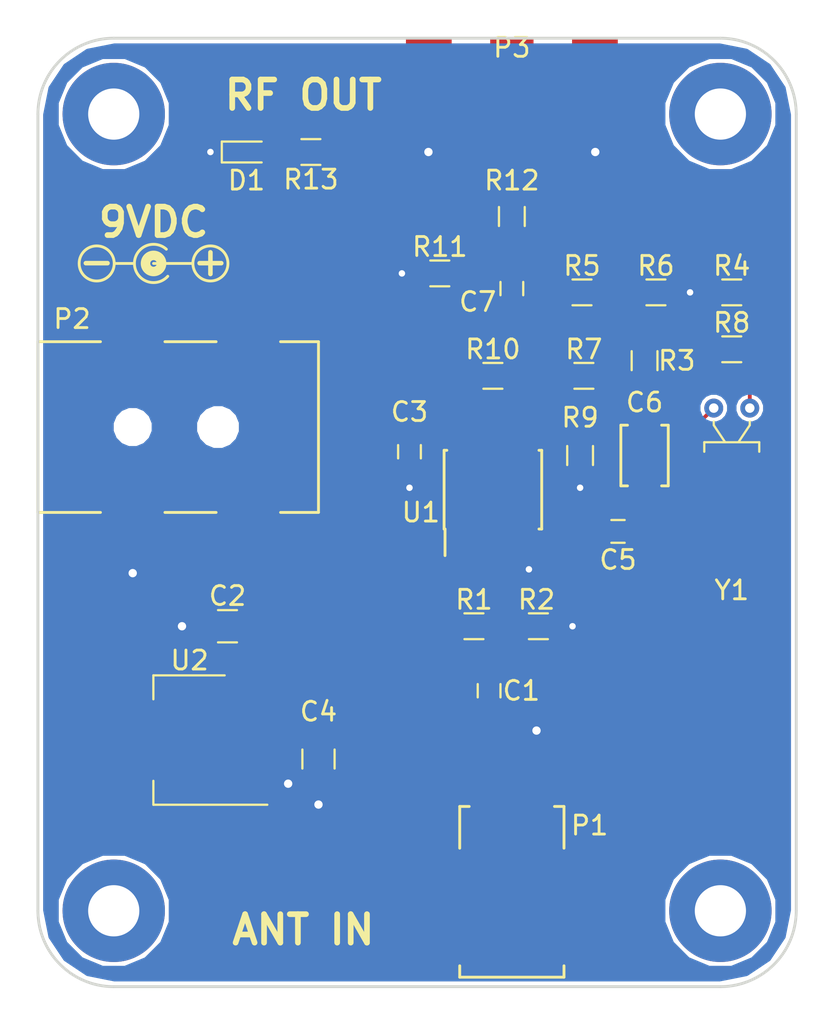
<source format=kicad_pcb>
(kicad_pcb (version 4) (host pcbnew 4.0.6)

  (general
    (links 47)
    (no_connects 0)
    (area 131.942857 77.986908 188.057143 131.986909)
    (thickness 1.6)
    (drawings 13)
    (tracks 128)
    (zones 0)
    (modules 32)
    (nets 18)
  )

  (page A4)
  (layers
    (0 F.Cu signal)
    (31 B.Cu signal)
    (34 B.Paste user hide)
    (35 F.Paste user hide)
    (36 B.SilkS user)
    (37 F.SilkS user)
    (38 B.Mask user)
    (39 F.Mask user)
    (44 Edge.Cuts user)
    (46 B.CrtYd user)
    (47 F.CrtYd user)
  )

  (setup
    (last_trace_width 0.2)
    (user_trace_width 0.4)
    (trace_clearance 0.2)
    (zone_clearance 0.2)
    (zone_45_only no)
    (trace_min 0.16)
    (segment_width 0.2)
    (edge_width 0.15)
    (via_size 0.5)
    (via_drill 0.34)
    (via_min_size 0.5)
    (via_min_drill 0.34)
    (user_via 0.6 0.44)
    (uvia_size 0.5)
    (uvia_drill 0.34)
    (uvias_allowed no)
    (uvia_min_size 0.5)
    (uvia_min_drill 0.34)
    (pcb_text_width 0.3)
    (pcb_text_size 1.5 1.5)
    (mod_edge_width 0.15)
    (mod_text_size 1 1)
    (mod_text_width 0.15)
    (pad_size 2.5 6)
    (pad_drill 0)
    (pad_to_mask_clearance 0)
    (aux_axis_origin 0 0)
    (visible_elements 7FFFFF7F)
    (pcbplotparams
      (layerselection 0x01008_00000000)
      (usegerberextensions false)
      (excludeedgelayer true)
      (linewidth 0.100000)
      (plotframeref false)
      (viasonmask false)
      (mode 1)
      (useauxorigin false)
      (hpglpennumber 1)
      (hpglpenspeed 20)
      (hpglpendiameter 15)
      (hpglpenoverlay 2)
      (psnegative false)
      (psa4output false)
      (plotreference true)
      (plotvalue true)
      (plotinvisibletext false)
      (padsonsilk false)
      (subtractmaskfromsilk false)
      (outputformat 1)
      (mirror false)
      (drillshape 0)
      (scaleselection 1)
      (outputdirectory gerbers/))
  )

  (net 0 "")
  (net 1 "Net-(C1-Pad1)")
  (net 2 "Net-(C1-Pad2)")
  (net 3 "Net-(C2-Pad1)")
  (net 4 GND)
  (net 5 +5V)
  (net 6 "Net-(C5-Pad1)")
  (net 7 "Net-(C5-Pad2)")
  (net 8 "Net-(C6-Pad1)")
  (net 9 "Net-(C7-Pad1)")
  (net 10 "Net-(C7-Pad2)")
  (net 11 "Net-(P2-Pad3)")
  (net 12 "Net-(P3-Pad1)")
  (net 13 "Net-(R3-Pad1)")
  (net 14 "Net-(R4-Pad2)")
  (net 15 "Net-(R7-Pad1)")
  (net 16 "Net-(R10-Pad2)")
  (net 17 "Net-(D1-Pad2)")

  (net_class Default "This is the default net class."
    (clearance 0.2)
    (trace_width 0.2)
    (via_dia 0.5)
    (via_drill 0.34)
    (uvia_dia 0.5)
    (uvia_drill 0.34)
    (add_net +5V)
    (add_net GND)
    (add_net "Net-(C1-Pad1)")
    (add_net "Net-(C1-Pad2)")
    (add_net "Net-(C2-Pad1)")
    (add_net "Net-(C5-Pad1)")
    (add_net "Net-(C5-Pad2)")
    (add_net "Net-(C6-Pad1)")
    (add_net "Net-(C7-Pad1)")
    (add_net "Net-(C7-Pad2)")
    (add_net "Net-(D1-Pad2)")
    (add_net "Net-(P2-Pad3)")
    (add_net "Net-(P3-Pad1)")
    (add_net "Net-(R10-Pad2)")
    (add_net "Net-(R3-Pad1)")
    (add_net "Net-(R4-Pad2)")
    (add_net "Net-(R7-Pad1)")
  )

  (module Mounting_Holes:MountingHole_2.7mm_M2.5_Pad (layer F.Cu) (tedit 58D87175) (tstamp 58D871D6)
    (at 176 126)
    (descr "Mounting Hole 2.7mm, M2.5")
    (tags "mounting hole 2.7mm m2.5")
    (fp_text reference REF** (at 0 -3.7) (layer F.SilkS) hide
      (effects (font (size 1 1) (thickness 0.15)))
    )
    (fp_text value MountingHole_2.7mm_M2.5_Pad (at 0 3.7) (layer F.Fab)
      (effects (font (size 1 1) (thickness 0.15)))
    )
    (fp_circle (center 0 0) (end 2.7 0) (layer Cmts.User) (width 0.15))
    (fp_circle (center 0 0) (end 2.95 0) (layer F.CrtYd) (width 0.05))
    (pad 1 thru_hole circle (at 0 0) (size 5.4 5.4) (drill 2.7) (layers *.Cu *.Mask))
  )

  (module Mounting_Holes:MountingHole_2.7mm_M2.5_Pad (layer F.Cu) (tedit 58D87175) (tstamp 58D871C4)
    (at 144 126)
    (descr "Mounting Hole 2.7mm, M2.5")
    (tags "mounting hole 2.7mm m2.5")
    (fp_text reference REF** (at 0 -3.7) (layer F.SilkS) hide
      (effects (font (size 1 1) (thickness 0.15)))
    )
    (fp_text value MountingHole_2.7mm_M2.5_Pad (at 0 3.7) (layer F.Fab)
      (effects (font (size 1 1) (thickness 0.15)))
    )
    (fp_circle (center 0 0) (end 2.7 0) (layer Cmts.User) (width 0.15))
    (fp_circle (center 0 0) (end 2.95 0) (layer F.CrtYd) (width 0.05))
    (pad 1 thru_hole circle (at 0 0) (size 5.4 5.4) (drill 2.7) (layers *.Cu *.Mask))
  )

  (module Mounting_Holes:MountingHole_2.7mm_M2.5_Pad (layer F.Cu) (tedit 58D87175) (tstamp 58D871BA)
    (at 176 84)
    (descr "Mounting Hole 2.7mm, M2.5")
    (tags "mounting hole 2.7mm m2.5")
    (fp_text reference REF** (at 0 -3.7) (layer F.SilkS) hide
      (effects (font (size 1 1) (thickness 0.15)))
    )
    (fp_text value MountingHole_2.7mm_M2.5_Pad (at 0 3.7) (layer F.Fab)
      (effects (font (size 1 1) (thickness 0.15)))
    )
    (fp_circle (center 0 0) (end 2.7 0) (layer Cmts.User) (width 0.15))
    (fp_circle (center 0 0) (end 2.95 0) (layer F.CrtYd) (width 0.05))
    (pad 1 thru_hole circle (at 0 0) (size 5.4 5.4) (drill 2.7) (layers *.Cu *.Mask))
  )

  (module Capacitors_SMD:C_0603 (layer F.Cu) (tedit 58AA844E) (tstamp 58D85176)
    (at 163.8 114.4 270)
    (descr "Capacitor SMD 0603, reflow soldering, AVX (see smccp.pdf)")
    (tags "capacitor 0603")
    (path /58D765F9)
    (attr smd)
    (fp_text reference C1 (at 0 -1.7 360) (layer F.SilkS)
      (effects (font (size 1 1) (thickness 0.15)))
    )
    (fp_text value 0.22u (at 0 1.5 270) (layer F.Fab)
      (effects (font (size 1 1) (thickness 0.15)))
    )
    (fp_text user %R (at 0 -1.5 270) (layer F.Fab)
      (effects (font (size 1 1) (thickness 0.15)))
    )
    (fp_line (start -0.8 0.4) (end -0.8 -0.4) (layer F.Fab) (width 0.1))
    (fp_line (start 0.8 0.4) (end -0.8 0.4) (layer F.Fab) (width 0.1))
    (fp_line (start 0.8 -0.4) (end 0.8 0.4) (layer F.Fab) (width 0.1))
    (fp_line (start -0.8 -0.4) (end 0.8 -0.4) (layer F.Fab) (width 0.1))
    (fp_line (start -0.35 -0.6) (end 0.35 -0.6) (layer F.SilkS) (width 0.12))
    (fp_line (start 0.35 0.6) (end -0.35 0.6) (layer F.SilkS) (width 0.12))
    (fp_line (start -1.4 -0.65) (end 1.4 -0.65) (layer F.CrtYd) (width 0.05))
    (fp_line (start -1.4 -0.65) (end -1.4 0.65) (layer F.CrtYd) (width 0.05))
    (fp_line (start 1.4 0.65) (end 1.4 -0.65) (layer F.CrtYd) (width 0.05))
    (fp_line (start 1.4 0.65) (end -1.4 0.65) (layer F.CrtYd) (width 0.05))
    (pad 1 smd rect (at -0.75 0 270) (size 0.8 0.75) (layers F.Cu F.Paste F.Mask)
      (net 1 "Net-(C1-Pad1)"))
    (pad 2 smd rect (at 0.75 0 270) (size 0.8 0.75) (layers F.Cu F.Paste F.Mask)
      (net 2 "Net-(C1-Pad2)"))
    (model Capacitors_SMD.3dshapes/C_0603.wrl
      (at (xyz 0 0 0))
      (scale (xyz 1 1 1))
      (rotate (xyz 0 0 0))
    )
  )

  (module Capacitors_SMD:C_0805 (layer F.Cu) (tedit 58AA8463) (tstamp 58D85187)
    (at 150 111 180)
    (descr "Capacitor SMD 0805, reflow soldering, AVX (see smccp.pdf)")
    (tags "capacitor 0805")
    (path /58D77A2C)
    (attr smd)
    (fp_text reference C2 (at 0 1.6 180) (layer F.SilkS)
      (effects (font (size 1 1) (thickness 0.15)))
    )
    (fp_text value 10u (at 0.7 0.75 180) (layer F.Fab)
      (effects (font (size 1 1) (thickness 0.15)))
    )
    (fp_text user %R (at 0 -1.5 180) (layer F.Fab)
      (effects (font (size 1 1) (thickness 0.15)))
    )
    (fp_line (start -1 0.62) (end -1 -0.62) (layer F.Fab) (width 0.1))
    (fp_line (start 1 0.62) (end -1 0.62) (layer F.Fab) (width 0.1))
    (fp_line (start 1 -0.62) (end 1 0.62) (layer F.Fab) (width 0.1))
    (fp_line (start -1 -0.62) (end 1 -0.62) (layer F.Fab) (width 0.1))
    (fp_line (start 0.5 -0.85) (end -0.5 -0.85) (layer F.SilkS) (width 0.12))
    (fp_line (start -0.5 0.85) (end 0.5 0.85) (layer F.SilkS) (width 0.12))
    (fp_line (start -1.75 -0.88) (end 1.75 -0.88) (layer F.CrtYd) (width 0.05))
    (fp_line (start -1.75 -0.88) (end -1.75 0.87) (layer F.CrtYd) (width 0.05))
    (fp_line (start 1.75 0.87) (end 1.75 -0.88) (layer F.CrtYd) (width 0.05))
    (fp_line (start 1.75 0.87) (end -1.75 0.87) (layer F.CrtYd) (width 0.05))
    (pad 1 smd rect (at -1 0 180) (size 1 1.25) (layers F.Cu F.Paste F.Mask)
      (net 3 "Net-(C2-Pad1)"))
    (pad 2 smd rect (at 1 0 180) (size 1 1.25) (layers F.Cu F.Paste F.Mask)
      (net 4 GND))
    (model Capacitors_SMD.3dshapes/C_0805.wrl
      (at (xyz 0 0 0))
      (scale (xyz 1 1 1))
      (rotate (xyz 0 0 0))
    )
  )

  (module Capacitors_SMD:C_0603 (layer F.Cu) (tedit 58AA844E) (tstamp 58D85198)
    (at 159.6 101.8 90)
    (descr "Capacitor SMD 0603, reflow soldering, AVX (see smccp.pdf)")
    (tags "capacitor 0603")
    (path /58D7BE1F)
    (attr smd)
    (fp_text reference C3 (at 2.1 0 180) (layer F.SilkS)
      (effects (font (size 1 1) (thickness 0.15)))
    )
    (fp_text value 0.1u (at 0 1.5 90) (layer F.Fab)
      (effects (font (size 1 1) (thickness 0.15)))
    )
    (fp_text user %R (at 0 -1.5 90) (layer F.Fab)
      (effects (font (size 1 1) (thickness 0.15)))
    )
    (fp_line (start -0.8 0.4) (end -0.8 -0.4) (layer F.Fab) (width 0.1))
    (fp_line (start 0.8 0.4) (end -0.8 0.4) (layer F.Fab) (width 0.1))
    (fp_line (start 0.8 -0.4) (end 0.8 0.4) (layer F.Fab) (width 0.1))
    (fp_line (start -0.8 -0.4) (end 0.8 -0.4) (layer F.Fab) (width 0.1))
    (fp_line (start -0.35 -0.6) (end 0.35 -0.6) (layer F.SilkS) (width 0.12))
    (fp_line (start 0.35 0.6) (end -0.35 0.6) (layer F.SilkS) (width 0.12))
    (fp_line (start -1.4 -0.65) (end 1.4 -0.65) (layer F.CrtYd) (width 0.05))
    (fp_line (start -1.4 -0.65) (end -1.4 0.65) (layer F.CrtYd) (width 0.05))
    (fp_line (start 1.4 0.65) (end 1.4 -0.65) (layer F.CrtYd) (width 0.05))
    (fp_line (start 1.4 0.65) (end -1.4 0.65) (layer F.CrtYd) (width 0.05))
    (pad 1 smd rect (at -0.75 0 90) (size 0.8 0.75) (layers F.Cu F.Paste F.Mask)
      (net 4 GND))
    (pad 2 smd rect (at 0.75 0 90) (size 0.8 0.75) (layers F.Cu F.Paste F.Mask)
      (net 5 +5V))
    (model Capacitors_SMD.3dshapes/C_0603.wrl
      (at (xyz 0 0 0))
      (scale (xyz 1 1 1))
      (rotate (xyz 0 0 0))
    )
  )

  (module Capacitors_SMD:C_0805 (layer F.Cu) (tedit 58AA8463) (tstamp 58D851A9)
    (at 154.8 118 270)
    (descr "Capacitor SMD 0805, reflow soldering, AVX (see smccp.pdf)")
    (tags "capacitor 0805")
    (path /58D77C29)
    (attr smd)
    (fp_text reference C4 (at -2.5 0 360) (layer F.SilkS)
      (effects (font (size 1 1) (thickness 0.15)))
    )
    (fp_text value 10u (at 0 1.75 270) (layer F.Fab)
      (effects (font (size 1 1) (thickness 0.15)))
    )
    (fp_text user %R (at 0 -1.5 270) (layer F.Fab)
      (effects (font (size 1 1) (thickness 0.15)))
    )
    (fp_line (start -1 0.62) (end -1 -0.62) (layer F.Fab) (width 0.1))
    (fp_line (start 1 0.62) (end -1 0.62) (layer F.Fab) (width 0.1))
    (fp_line (start 1 -0.62) (end 1 0.62) (layer F.Fab) (width 0.1))
    (fp_line (start -1 -0.62) (end 1 -0.62) (layer F.Fab) (width 0.1))
    (fp_line (start 0.5 -0.85) (end -0.5 -0.85) (layer F.SilkS) (width 0.12))
    (fp_line (start -0.5 0.85) (end 0.5 0.85) (layer F.SilkS) (width 0.12))
    (fp_line (start -1.75 -0.88) (end 1.75 -0.88) (layer F.CrtYd) (width 0.05))
    (fp_line (start -1.75 -0.88) (end -1.75 0.87) (layer F.CrtYd) (width 0.05))
    (fp_line (start 1.75 0.87) (end 1.75 -0.88) (layer F.CrtYd) (width 0.05))
    (fp_line (start 1.75 0.87) (end -1.75 0.87) (layer F.CrtYd) (width 0.05))
    (pad 1 smd rect (at -1 0 270) (size 1 1.25) (layers F.Cu F.Paste F.Mask)
      (net 5 +5V))
    (pad 2 smd rect (at 1 0 270) (size 1 1.25) (layers F.Cu F.Paste F.Mask)
      (net 4 GND))
    (model Capacitors_SMD.3dshapes/C_0805.wrl
      (at (xyz 0 0 0))
      (scale (xyz 1 1 1))
      (rotate (xyz 0 0 0))
    )
  )

  (module Capacitors_SMD:C_0603 (layer F.Cu) (tedit 58AA844E) (tstamp 58D851BA)
    (at 170.6 106 180)
    (descr "Capacitor SMD 0603, reflow soldering, AVX (see smccp.pdf)")
    (tags "capacitor 0603")
    (path /58D76AC7)
    (attr smd)
    (fp_text reference C5 (at 0 -1.5 180) (layer F.SilkS)
      (effects (font (size 1 1) (thickness 0.15)))
    )
    (fp_text value 0.22u (at 0 1.5 180) (layer F.Fab)
      (effects (font (size 1 1) (thickness 0.15)))
    )
    (fp_text user %R (at 0 -1.5 180) (layer F.Fab)
      (effects (font (size 1 1) (thickness 0.15)))
    )
    (fp_line (start -0.8 0.4) (end -0.8 -0.4) (layer F.Fab) (width 0.1))
    (fp_line (start 0.8 0.4) (end -0.8 0.4) (layer F.Fab) (width 0.1))
    (fp_line (start 0.8 -0.4) (end 0.8 0.4) (layer F.Fab) (width 0.1))
    (fp_line (start -0.8 -0.4) (end 0.8 -0.4) (layer F.Fab) (width 0.1))
    (fp_line (start -0.35 -0.6) (end 0.35 -0.6) (layer F.SilkS) (width 0.12))
    (fp_line (start 0.35 0.6) (end -0.35 0.6) (layer F.SilkS) (width 0.12))
    (fp_line (start -1.4 -0.65) (end 1.4 -0.65) (layer F.CrtYd) (width 0.05))
    (fp_line (start -1.4 -0.65) (end -1.4 0.65) (layer F.CrtYd) (width 0.05))
    (fp_line (start 1.4 0.65) (end 1.4 -0.65) (layer F.CrtYd) (width 0.05))
    (fp_line (start 1.4 0.65) (end -1.4 0.65) (layer F.CrtYd) (width 0.05))
    (pad 1 smd rect (at -0.75 0 180) (size 0.8 0.75) (layers F.Cu F.Paste F.Mask)
      (net 6 "Net-(C5-Pad1)"))
    (pad 2 smd rect (at 0.75 0 180) (size 0.8 0.75) (layers F.Cu F.Paste F.Mask)
      (net 7 "Net-(C5-Pad2)"))
    (model Capacitors_SMD.3dshapes/C_0603.wrl
      (at (xyz 0 0 0))
      (scale (xyz 1 1 1))
      (rotate (xyz 0 0 0))
    )
  )

  (module wwvb-receiver:TZY2 (layer F.Cu) (tedit 58D828F8) (tstamp 58D851C6)
    (at 172 102 270)
    (path /58D82771)
    (fp_text reference C6 (at -2.8 0 360) (layer F.SilkS)
      (effects (font (size 1 1) (thickness 0.15)))
    )
    (fp_text value 0.5p-1p (at 0 -0.5 270) (layer F.Fab)
      (effects (font (size 1 1) (thickness 0.15)))
    )
    (fp_line (start -1.6 1.25) (end -1.6 0.9) (layer F.SilkS) (width 0.15))
    (fp_line (start 1.6 1.25) (end 1.6 0.9) (layer F.SilkS) (width 0.15))
    (fp_line (start -1.6 1.25) (end 1.6 1.25) (layer F.SilkS) (width 0.15))
    (fp_line (start -1.6 -1.25) (end -1.6 -0.9) (layer F.SilkS) (width 0.15))
    (fp_line (start 1.6 -1.25) (end 1.6 -0.9) (layer F.SilkS) (width 0.15))
    (fp_line (start -1.6 -1.25) (end 1.6 -1.25) (layer F.SilkS) (width 0.15))
    (pad 2 smd rect (at 1.6 0 270) (size 0.8 1.2) (layers F.Cu F.Paste F.Mask)
      (net 6 "Net-(C5-Pad1)"))
    (pad 1 smd rect (at -1.6 0 270) (size 0.8 1.2) (layers F.Cu F.Paste F.Mask)
      (net 8 "Net-(C6-Pad1)"))
  )

  (module Capacitors_SMD:C_0603 (layer F.Cu) (tedit 58AA844E) (tstamp 58D851D7)
    (at 165 93.2 270)
    (descr "Capacitor SMD 0603, reflow soldering, AVX (see smccp.pdf)")
    (tags "capacitor 0603")
    (path /58D76B1F)
    (attr smd)
    (fp_text reference C7 (at 0.7 1.8 360) (layer F.SilkS)
      (effects (font (size 1 1) (thickness 0.15)))
    )
    (fp_text value 0.22u (at 0 1.5 270) (layer F.Fab)
      (effects (font (size 1 1) (thickness 0.15)))
    )
    (fp_text user %R (at 0 -1.5 270) (layer F.Fab)
      (effects (font (size 1 1) (thickness 0.15)))
    )
    (fp_line (start -0.8 0.4) (end -0.8 -0.4) (layer F.Fab) (width 0.1))
    (fp_line (start 0.8 0.4) (end -0.8 0.4) (layer F.Fab) (width 0.1))
    (fp_line (start 0.8 -0.4) (end 0.8 0.4) (layer F.Fab) (width 0.1))
    (fp_line (start -0.8 -0.4) (end 0.8 -0.4) (layer F.Fab) (width 0.1))
    (fp_line (start -0.35 -0.6) (end 0.35 -0.6) (layer F.SilkS) (width 0.12))
    (fp_line (start 0.35 0.6) (end -0.35 0.6) (layer F.SilkS) (width 0.12))
    (fp_line (start -1.4 -0.65) (end 1.4 -0.65) (layer F.CrtYd) (width 0.05))
    (fp_line (start -1.4 -0.65) (end -1.4 0.65) (layer F.CrtYd) (width 0.05))
    (fp_line (start 1.4 0.65) (end 1.4 -0.65) (layer F.CrtYd) (width 0.05))
    (fp_line (start 1.4 0.65) (end -1.4 0.65) (layer F.CrtYd) (width 0.05))
    (pad 1 smd rect (at -0.75 0 270) (size 0.8 0.75) (layers F.Cu F.Paste F.Mask)
      (net 9 "Net-(C7-Pad1)"))
    (pad 2 smd rect (at 0.75 0 270) (size 0.8 0.75) (layers F.Cu F.Paste F.Mask)
      (net 10 "Net-(C7-Pad2)"))
    (model Capacitors_SMD.3dshapes/C_0603.wrl
      (at (xyz 0 0 0))
      (scale (xyz 1 1 1))
      (rotate (xyz 0 0 0))
    )
  )

  (module wwvb-receiver:1702473 (layer F.Cu) (tedit 58D82C82) (tstamp 58D851E6)
    (at 165 119.2)
    (path /58D70BEB)
    (fp_text reference P1 (at 4.1 2.3) (layer F.SilkS)
      (effects (font (size 1 1) (thickness 0.15)))
    )
    (fp_text value 1702473 (at 0 -0.5) (layer F.Fab)
      (effects (font (size 1 1) (thickness 0.15)))
    )
    (fp_line (start 2.75 1.3) (end 2.25 1.3) (layer F.SilkS) (width 0.15))
    (fp_line (start 2.75 1.3) (end 2.75 3.5) (layer F.SilkS) (width 0.15))
    (fp_line (start -2.75 1.3) (end -2.25 1.3) (layer F.SilkS) (width 0.15))
    (fp_line (start -2.75 1.3) (end -2.75 3.5) (layer F.SilkS) (width 0.15))
    (fp_line (start -2.75 10.3) (end -2.75 9.7) (layer F.SilkS) (width 0.15))
    (fp_line (start 2.75 10.3) (end 2.75 9.7) (layer F.SilkS) (width 0.15))
    (fp_line (start -2.75 10.3) (end 2.75 10.3) (layer F.SilkS) (width 0.15))
    (pad 1 smd rect (at -1.25 0) (size 1.4 3.4) (layers F.Cu F.Paste F.Mask)
      (net 2 "Net-(C1-Pad2)"))
    (pad 2 smd rect (at 1.25 0) (size 1.4 3.4) (layers F.Cu F.Paste F.Mask)
      (net 4 GND))
    (pad "" smd rect (at -3.85 6.6) (size 2.3 5.6) (layers F.Cu F.Paste F.Mask))
    (pad "" smd rect (at 3.85 6.6) (size 2.3 5.6) (layers F.Cu F.Paste F.Mask))
  )

  (module wwvb-receiver:PJ-002AH-SMT-TR (layer F.Cu) (tedit 58D83E7D) (tstamp 58D851F8)
    (at 140 100.5)
    (path /58D7B489)
    (fp_text reference P2 (at 1.8 -5.7) (layer F.SilkS)
      (effects (font (size 1 1) (thickness 0.15)))
    )
    (fp_text value BARREL_JACK (at 0 -0.5) (layer F.Fab)
      (effects (font (size 1 1) (thickness 0.15)))
    )
    (fp_line (start 6.7 4.5) (end 9.4 4.5) (layer F.SilkS) (width 0.15))
    (fp_line (start 6.7 -4.5) (end 9.4 -4.5) (layer F.SilkS) (width 0.15))
    (fp_line (start 14.8 -4.5) (end 12.8 -4.5) (layer F.SilkS) (width 0.15))
    (fp_line (start 14.8 4.5) (end 12.8 4.5) (layer F.SilkS) (width 0.15))
    (fp_line (start 14.8 -4.5) (end 14.8 4.5) (layer F.SilkS) (width 0.15))
    (fp_line (start 0 -4.5) (end 3.3 -4.5) (layer F.SilkS) (width 0.15))
    (fp_line (start 0 4.5) (end 3.3 4.5) (layer F.SilkS) (width 0.15))
    (fp_line (start 0 -4.5) (end 0 4.5) (layer F.SilkS) (width 0.15))
    (pad 1 smd rect (at 5 -5.7) (size 2.8 2.4) (layers F.Cu F.Paste F.Mask)
      (net 3 "Net-(C2-Pad1)"))
    (pad 2 smd rect (at 5 5.7) (size 2.8 2.4) (layers F.Cu F.Paste F.Mask)
      (net 4 GND))
    (pad 3 smd rect (at 11.1 5.7) (size 2.8 2.4) (layers F.Cu F.Paste F.Mask)
      (net 11 "Net-(P2-Pad3)"))
    (pad 1 smd rect (at 11.1 -5.7) (size 2.8 2.4) (layers F.Cu F.Paste F.Mask)
      (net 3 "Net-(C2-Pad1)"))
    (pad "" np_thru_hole circle (at 5 0) (size 1.6 1.6) (drill 1.6) (layers *.Cu *.Mask))
    (pad "" np_thru_hole circle (at 9.5 0) (size 1.8 1.8) (drill 1.8) (layers *.Cu *.Mask))
  )

  (module Resistors_SMD:R_0603 (layer F.Cu) (tedit 58AAD9CA) (tstamp 58D85210)
    (at 163 111 180)
    (descr "Resistor SMD 0603, reflow soldering, Vishay (see dcrcw.pdf)")
    (tags "resistor 0603")
    (path /58D70CB9)
    (attr smd)
    (fp_text reference R1 (at 0 1.4 180) (layer F.SilkS)
      (effects (font (size 1 1) (thickness 0.15)))
    )
    (fp_text value 10k (at 0 1.5 180) (layer F.Fab)
      (effects (font (size 1 1) (thickness 0.15)))
    )
    (fp_text user %R (at 0 -1.45 180) (layer F.Fab)
      (effects (font (size 1 1) (thickness 0.15)))
    )
    (fp_line (start -0.8 0.4) (end -0.8 -0.4) (layer F.Fab) (width 0.1))
    (fp_line (start 0.8 0.4) (end -0.8 0.4) (layer F.Fab) (width 0.1))
    (fp_line (start 0.8 -0.4) (end 0.8 0.4) (layer F.Fab) (width 0.1))
    (fp_line (start -0.8 -0.4) (end 0.8 -0.4) (layer F.Fab) (width 0.1))
    (fp_line (start 0.5 0.68) (end -0.5 0.68) (layer F.SilkS) (width 0.12))
    (fp_line (start -0.5 -0.68) (end 0.5 -0.68) (layer F.SilkS) (width 0.12))
    (fp_line (start -1.25 -0.7) (end 1.25 -0.7) (layer F.CrtYd) (width 0.05))
    (fp_line (start -1.25 -0.7) (end -1.25 0.7) (layer F.CrtYd) (width 0.05))
    (fp_line (start 1.25 0.7) (end 1.25 -0.7) (layer F.CrtYd) (width 0.05))
    (fp_line (start 1.25 0.7) (end -1.25 0.7) (layer F.CrtYd) (width 0.05))
    (pad 1 smd rect (at -0.75 0 180) (size 0.5 0.9) (layers F.Cu F.Paste F.Mask)
      (net 1 "Net-(C1-Pad1)"))
    (pad 2 smd rect (at 0.75 0 180) (size 0.5 0.9) (layers F.Cu F.Paste F.Mask)
      (net 5 +5V))
    (model Resistors_SMD.3dshapes/R_0603.wrl
      (at (xyz 0 0 0))
      (scale (xyz 1 1 1))
      (rotate (xyz 0 0 0))
    )
  )

  (module Resistors_SMD:R_0603 (layer F.Cu) (tedit 58AAD9CA) (tstamp 58D85221)
    (at 166.4 111 180)
    (descr "Resistor SMD 0603, reflow soldering, Vishay (see dcrcw.pdf)")
    (tags "resistor 0603")
    (path /58D710E5)
    (attr smd)
    (fp_text reference R2 (at 0.1 1.4 180) (layer F.SilkS)
      (effects (font (size 1 1) (thickness 0.15)))
    )
    (fp_text value 10k (at 0 1.5 180) (layer F.Fab)
      (effects (font (size 1 1) (thickness 0.15)))
    )
    (fp_text user %R (at 0 -1.45 180) (layer F.Fab)
      (effects (font (size 1 1) (thickness 0.15)))
    )
    (fp_line (start -0.8 0.4) (end -0.8 -0.4) (layer F.Fab) (width 0.1))
    (fp_line (start 0.8 0.4) (end -0.8 0.4) (layer F.Fab) (width 0.1))
    (fp_line (start 0.8 -0.4) (end 0.8 0.4) (layer F.Fab) (width 0.1))
    (fp_line (start -0.8 -0.4) (end 0.8 -0.4) (layer F.Fab) (width 0.1))
    (fp_line (start 0.5 0.68) (end -0.5 0.68) (layer F.SilkS) (width 0.12))
    (fp_line (start -0.5 -0.68) (end 0.5 -0.68) (layer F.SilkS) (width 0.12))
    (fp_line (start -1.25 -0.7) (end 1.25 -0.7) (layer F.CrtYd) (width 0.05))
    (fp_line (start -1.25 -0.7) (end -1.25 0.7) (layer F.CrtYd) (width 0.05))
    (fp_line (start 1.25 0.7) (end 1.25 -0.7) (layer F.CrtYd) (width 0.05))
    (fp_line (start 1.25 0.7) (end -1.25 0.7) (layer F.CrtYd) (width 0.05))
    (pad 1 smd rect (at -0.75 0 180) (size 0.5 0.9) (layers F.Cu F.Paste F.Mask)
      (net 4 GND))
    (pad 2 smd rect (at 0.75 0 180) (size 0.5 0.9) (layers F.Cu F.Paste F.Mask)
      (net 1 "Net-(C1-Pad1)"))
    (model Resistors_SMD.3dshapes/R_0603.wrl
      (at (xyz 0 0 0))
      (scale (xyz 1 1 1))
      (rotate (xyz 0 0 0))
    )
  )

  (module Resistors_SMD:R_0603 (layer F.Cu) (tedit 58AAD9CA) (tstamp 58D85232)
    (at 172 97 270)
    (descr "Resistor SMD 0603, reflow soldering, Vishay (see dcrcw.pdf)")
    (tags "resistor 0603")
    (path /58D72441)
    (attr smd)
    (fp_text reference R3 (at 0 -1.7 360) (layer F.SilkS)
      (effects (font (size 1 1) (thickness 0.15)))
    )
    (fp_text value 1M (at 0 1.5 270) (layer F.Fab)
      (effects (font (size 1 1) (thickness 0.15)))
    )
    (fp_text user %R (at 0 -1.45 270) (layer F.Fab)
      (effects (font (size 1 1) (thickness 0.15)))
    )
    (fp_line (start -0.8 0.4) (end -0.8 -0.4) (layer F.Fab) (width 0.1))
    (fp_line (start 0.8 0.4) (end -0.8 0.4) (layer F.Fab) (width 0.1))
    (fp_line (start 0.8 -0.4) (end 0.8 0.4) (layer F.Fab) (width 0.1))
    (fp_line (start -0.8 -0.4) (end 0.8 -0.4) (layer F.Fab) (width 0.1))
    (fp_line (start 0.5 0.68) (end -0.5 0.68) (layer F.SilkS) (width 0.12))
    (fp_line (start -0.5 -0.68) (end 0.5 -0.68) (layer F.SilkS) (width 0.12))
    (fp_line (start -1.25 -0.7) (end 1.25 -0.7) (layer F.CrtYd) (width 0.05))
    (fp_line (start -1.25 -0.7) (end -1.25 0.7) (layer F.CrtYd) (width 0.05))
    (fp_line (start 1.25 0.7) (end 1.25 -0.7) (layer F.CrtYd) (width 0.05))
    (fp_line (start 1.25 0.7) (end -1.25 0.7) (layer F.CrtYd) (width 0.05))
    (pad 1 smd rect (at -0.75 0 270) (size 0.5 0.9) (layers F.Cu F.Paste F.Mask)
      (net 13 "Net-(R3-Pad1)"))
    (pad 2 smd rect (at 0.75 0 270) (size 0.5 0.9) (layers F.Cu F.Paste F.Mask)
      (net 8 "Net-(C6-Pad1)"))
    (model Resistors_SMD.3dshapes/R_0603.wrl
      (at (xyz 0 0 0))
      (scale (xyz 1 1 1))
      (rotate (xyz 0 0 0))
    )
  )

  (module Resistors_SMD:R_0603 (layer F.Cu) (tedit 58AAD9CA) (tstamp 58D85243)
    (at 176.6 93.4)
    (descr "Resistor SMD 0603, reflow soldering, Vishay (see dcrcw.pdf)")
    (tags "resistor 0603")
    (path /58D7279F)
    (attr smd)
    (fp_text reference R4 (at 0 -1.4) (layer F.SilkS)
      (effects (font (size 1 1) (thickness 0.15)))
    )
    (fp_text value 1M (at 0 1.5) (layer F.Fab)
      (effects (font (size 1 1) (thickness 0.15)))
    )
    (fp_text user %R (at 0 -1.45) (layer F.Fab)
      (effects (font (size 1 1) (thickness 0.15)))
    )
    (fp_line (start -0.8 0.4) (end -0.8 -0.4) (layer F.Fab) (width 0.1))
    (fp_line (start 0.8 0.4) (end -0.8 0.4) (layer F.Fab) (width 0.1))
    (fp_line (start 0.8 -0.4) (end 0.8 0.4) (layer F.Fab) (width 0.1))
    (fp_line (start -0.8 -0.4) (end 0.8 -0.4) (layer F.Fab) (width 0.1))
    (fp_line (start 0.5 0.68) (end -0.5 0.68) (layer F.SilkS) (width 0.12))
    (fp_line (start -0.5 -0.68) (end 0.5 -0.68) (layer F.SilkS) (width 0.12))
    (fp_line (start -1.25 -0.7) (end 1.25 -0.7) (layer F.CrtYd) (width 0.05))
    (fp_line (start -1.25 -0.7) (end -1.25 0.7) (layer F.CrtYd) (width 0.05))
    (fp_line (start 1.25 0.7) (end 1.25 -0.7) (layer F.CrtYd) (width 0.05))
    (fp_line (start 1.25 0.7) (end -1.25 0.7) (layer F.CrtYd) (width 0.05))
    (pad 1 smd rect (at -0.75 0) (size 0.5 0.9) (layers F.Cu F.Paste F.Mask)
      (net 13 "Net-(R3-Pad1)"))
    (pad 2 smd rect (at 0.75 0) (size 0.5 0.9) (layers F.Cu F.Paste F.Mask)
      (net 14 "Net-(R4-Pad2)"))
    (model Resistors_SMD.3dshapes/R_0603.wrl
      (at (xyz 0 0 0))
      (scale (xyz 1 1 1))
      (rotate (xyz 0 0 0))
    )
  )

  (module Resistors_SMD:R_0603 (layer F.Cu) (tedit 58AAD9CA) (tstamp 58D85254)
    (at 168.7 93.4 180)
    (descr "Resistor SMD 0603, reflow soldering, Vishay (see dcrcw.pdf)")
    (tags "resistor 0603")
    (path /58D727F9)
    (attr smd)
    (fp_text reference R5 (at 0 1.4 180) (layer F.SilkS)
      (effects (font (size 1 1) (thickness 0.15)))
    )
    (fp_text value 10k (at 0 1.5 180) (layer F.Fab)
      (effects (font (size 1 1) (thickness 0.15)))
    )
    (fp_text user %R (at 0 -1.45 180) (layer F.Fab)
      (effects (font (size 1 1) (thickness 0.15)))
    )
    (fp_line (start -0.8 0.4) (end -0.8 -0.4) (layer F.Fab) (width 0.1))
    (fp_line (start 0.8 0.4) (end -0.8 0.4) (layer F.Fab) (width 0.1))
    (fp_line (start 0.8 -0.4) (end 0.8 0.4) (layer F.Fab) (width 0.1))
    (fp_line (start -0.8 -0.4) (end 0.8 -0.4) (layer F.Fab) (width 0.1))
    (fp_line (start 0.5 0.68) (end -0.5 0.68) (layer F.SilkS) (width 0.12))
    (fp_line (start -0.5 -0.68) (end 0.5 -0.68) (layer F.SilkS) (width 0.12))
    (fp_line (start -1.25 -0.7) (end 1.25 -0.7) (layer F.CrtYd) (width 0.05))
    (fp_line (start -1.25 -0.7) (end -1.25 0.7) (layer F.CrtYd) (width 0.05))
    (fp_line (start 1.25 0.7) (end 1.25 -0.7) (layer F.CrtYd) (width 0.05))
    (fp_line (start 1.25 0.7) (end -1.25 0.7) (layer F.CrtYd) (width 0.05))
    (pad 1 smd rect (at -0.75 0 180) (size 0.5 0.9) (layers F.Cu F.Paste F.Mask)
      (net 13 "Net-(R3-Pad1)"))
    (pad 2 smd rect (at 0.75 0 180) (size 0.5 0.9) (layers F.Cu F.Paste F.Mask)
      (net 5 +5V))
    (model Resistors_SMD.3dshapes/R_0603.wrl
      (at (xyz 0 0 0))
      (scale (xyz 1 1 1))
      (rotate (xyz 0 0 0))
    )
  )

  (module Resistors_SMD:R_0603 (layer F.Cu) (tedit 58AAD9CA) (tstamp 58D85265)
    (at 172.6 93.4 180)
    (descr "Resistor SMD 0603, reflow soldering, Vishay (see dcrcw.pdf)")
    (tags "resistor 0603")
    (path /58D7284B)
    (attr smd)
    (fp_text reference R6 (at 0 1.4 180) (layer F.SilkS)
      (effects (font (size 1 1) (thickness 0.15)))
    )
    (fp_text value 10k (at 0 1.5 180) (layer F.Fab)
      (effects (font (size 1 1) (thickness 0.15)))
    )
    (fp_text user %R (at 0 -1.45 180) (layer F.Fab)
      (effects (font (size 1 1) (thickness 0.15)))
    )
    (fp_line (start -0.8 0.4) (end -0.8 -0.4) (layer F.Fab) (width 0.1))
    (fp_line (start 0.8 0.4) (end -0.8 0.4) (layer F.Fab) (width 0.1))
    (fp_line (start 0.8 -0.4) (end 0.8 0.4) (layer F.Fab) (width 0.1))
    (fp_line (start -0.8 -0.4) (end 0.8 -0.4) (layer F.Fab) (width 0.1))
    (fp_line (start 0.5 0.68) (end -0.5 0.68) (layer F.SilkS) (width 0.12))
    (fp_line (start -0.5 -0.68) (end 0.5 -0.68) (layer F.SilkS) (width 0.12))
    (fp_line (start -1.25 -0.7) (end 1.25 -0.7) (layer F.CrtYd) (width 0.05))
    (fp_line (start -1.25 -0.7) (end -1.25 0.7) (layer F.CrtYd) (width 0.05))
    (fp_line (start 1.25 0.7) (end 1.25 -0.7) (layer F.CrtYd) (width 0.05))
    (fp_line (start 1.25 0.7) (end -1.25 0.7) (layer F.CrtYd) (width 0.05))
    (pad 1 smd rect (at -0.75 0 180) (size 0.5 0.9) (layers F.Cu F.Paste F.Mask)
      (net 4 GND))
    (pad 2 smd rect (at 0.75 0 180) (size 0.5 0.9) (layers F.Cu F.Paste F.Mask)
      (net 13 "Net-(R3-Pad1)"))
    (model Resistors_SMD.3dshapes/R_0603.wrl
      (at (xyz 0 0 0))
      (scale (xyz 1 1 1))
      (rotate (xyz 0 0 0))
    )
  )

  (module Resistors_SMD:R_0603 (layer F.Cu) (tedit 58AAD9CA) (tstamp 58D85276)
    (at 168.8 97.8)
    (descr "Resistor SMD 0603, reflow soldering, Vishay (see dcrcw.pdf)")
    (tags "resistor 0603")
    (path /58D72BF3)
    (attr smd)
    (fp_text reference R7 (at 0 -1.4) (layer F.SilkS)
      (effects (font (size 1 1) (thickness 0.15)))
    )
    (fp_text value 1M (at 0 1.5) (layer F.Fab)
      (effects (font (size 1 1) (thickness 0.15)))
    )
    (fp_text user %R (at 0 -1.45) (layer F.Fab)
      (effects (font (size 1 1) (thickness 0.15)))
    )
    (fp_line (start -0.8 0.4) (end -0.8 -0.4) (layer F.Fab) (width 0.1))
    (fp_line (start 0.8 0.4) (end -0.8 0.4) (layer F.Fab) (width 0.1))
    (fp_line (start 0.8 -0.4) (end 0.8 0.4) (layer F.Fab) (width 0.1))
    (fp_line (start -0.8 -0.4) (end 0.8 -0.4) (layer F.Fab) (width 0.1))
    (fp_line (start 0.5 0.68) (end -0.5 0.68) (layer F.SilkS) (width 0.12))
    (fp_line (start -0.5 -0.68) (end 0.5 -0.68) (layer F.SilkS) (width 0.12))
    (fp_line (start -1.25 -0.7) (end 1.25 -0.7) (layer F.CrtYd) (width 0.05))
    (fp_line (start -1.25 -0.7) (end -1.25 0.7) (layer F.CrtYd) (width 0.05))
    (fp_line (start 1.25 0.7) (end 1.25 -0.7) (layer F.CrtYd) (width 0.05))
    (fp_line (start 1.25 0.7) (end -1.25 0.7) (layer F.CrtYd) (width 0.05))
    (pad 1 smd rect (at -0.75 0) (size 0.5 0.9) (layers F.Cu F.Paste F.Mask)
      (net 15 "Net-(R7-Pad1)"))
    (pad 2 smd rect (at 0.75 0) (size 0.5 0.9) (layers F.Cu F.Paste F.Mask)
      (net 8 "Net-(C6-Pad1)"))
    (model Resistors_SMD.3dshapes/R_0603.wrl
      (at (xyz 0 0 0))
      (scale (xyz 1 1 1))
      (rotate (xyz 0 0 0))
    )
  )

  (module Resistors_SMD:R_0603 (layer F.Cu) (tedit 58AAD9CA) (tstamp 58D85287)
    (at 176.6 96.4)
    (descr "Resistor SMD 0603, reflow soldering, Vishay (see dcrcw.pdf)")
    (tags "resistor 0603")
    (path /58D72EE2)
    (attr smd)
    (fp_text reference R8 (at 0 -1.4) (layer F.SilkS)
      (effects (font (size 1 1) (thickness 0.15)))
    )
    (fp_text value 1M (at 0 1.5) (layer F.Fab)
      (effects (font (size 1 1) (thickness 0.15)))
    )
    (fp_text user %R (at 0 -1.45) (layer F.Fab)
      (effects (font (size 1 1) (thickness 0.15)))
    )
    (fp_line (start -0.8 0.4) (end -0.8 -0.4) (layer F.Fab) (width 0.1))
    (fp_line (start 0.8 0.4) (end -0.8 0.4) (layer F.Fab) (width 0.1))
    (fp_line (start 0.8 -0.4) (end 0.8 0.4) (layer F.Fab) (width 0.1))
    (fp_line (start -0.8 -0.4) (end 0.8 -0.4) (layer F.Fab) (width 0.1))
    (fp_line (start 0.5 0.68) (end -0.5 0.68) (layer F.SilkS) (width 0.12))
    (fp_line (start -0.5 -0.68) (end 0.5 -0.68) (layer F.SilkS) (width 0.12))
    (fp_line (start -1.25 -0.7) (end 1.25 -0.7) (layer F.CrtYd) (width 0.05))
    (fp_line (start -1.25 -0.7) (end -1.25 0.7) (layer F.CrtYd) (width 0.05))
    (fp_line (start 1.25 0.7) (end 1.25 -0.7) (layer F.CrtYd) (width 0.05))
    (fp_line (start 1.25 0.7) (end -1.25 0.7) (layer F.CrtYd) (width 0.05))
    (pad 1 smd rect (at -0.75 0) (size 0.5 0.9) (layers F.Cu F.Paste F.Mask)
      (net 16 "Net-(R10-Pad2)"))
    (pad 2 smd rect (at 0.75 0) (size 0.5 0.9) (layers F.Cu F.Paste F.Mask)
      (net 14 "Net-(R4-Pad2)"))
    (model Resistors_SMD.3dshapes/R_0603.wrl
      (at (xyz 0 0 0))
      (scale (xyz 1 1 1))
      (rotate (xyz 0 0 0))
    )
  )

  (module Resistors_SMD:R_0603 (layer F.Cu) (tedit 58AAD9CA) (tstamp 58D85298)
    (at 168.6 102 270)
    (descr "Resistor SMD 0603, reflow soldering, Vishay (see dcrcw.pdf)")
    (tags "resistor 0603")
    (path /58D734A2)
    (attr smd)
    (fp_text reference R9 (at -2 0 360) (layer F.SilkS)
      (effects (font (size 1 1) (thickness 0.15)))
    )
    (fp_text value 10M (at 0 1.5 270) (layer F.Fab)
      (effects (font (size 1 1) (thickness 0.15)))
    )
    (fp_text user %R (at 0 -1.45 270) (layer F.Fab)
      (effects (font (size 1 1) (thickness 0.15)))
    )
    (fp_line (start -0.8 0.4) (end -0.8 -0.4) (layer F.Fab) (width 0.1))
    (fp_line (start 0.8 0.4) (end -0.8 0.4) (layer F.Fab) (width 0.1))
    (fp_line (start 0.8 -0.4) (end 0.8 0.4) (layer F.Fab) (width 0.1))
    (fp_line (start -0.8 -0.4) (end 0.8 -0.4) (layer F.Fab) (width 0.1))
    (fp_line (start 0.5 0.68) (end -0.5 0.68) (layer F.SilkS) (width 0.12))
    (fp_line (start -0.5 -0.68) (end 0.5 -0.68) (layer F.SilkS) (width 0.12))
    (fp_line (start -1.25 -0.7) (end 1.25 -0.7) (layer F.CrtYd) (width 0.05))
    (fp_line (start -1.25 -0.7) (end -1.25 0.7) (layer F.CrtYd) (width 0.05))
    (fp_line (start 1.25 0.7) (end 1.25 -0.7) (layer F.CrtYd) (width 0.05))
    (fp_line (start 1.25 0.7) (end -1.25 0.7) (layer F.CrtYd) (width 0.05))
    (pad 1 smd rect (at -0.75 0 270) (size 0.5 0.9) (layers F.Cu F.Paste F.Mask)
      (net 15 "Net-(R7-Pad1)"))
    (pad 2 smd rect (at 0.75 0 270) (size 0.5 0.9) (layers F.Cu F.Paste F.Mask)
      (net 4 GND))
    (model Resistors_SMD.3dshapes/R_0603.wrl
      (at (xyz 0 0 0))
      (scale (xyz 1 1 1))
      (rotate (xyz 0 0 0))
    )
  )

  (module Resistors_SMD:R_0603 (layer F.Cu) (tedit 58AAD9CA) (tstamp 58D852A9)
    (at 164 97.8)
    (descr "Resistor SMD 0603, reflow soldering, Vishay (see dcrcw.pdf)")
    (tags "resistor 0603")
    (path /58D737BA)
    (attr smd)
    (fp_text reference R10 (at 0 -1.4) (layer F.SilkS)
      (effects (font (size 1 1) (thickness 0.15)))
    )
    (fp_text value 10M (at 0 1.5) (layer F.Fab)
      (effects (font (size 1 1) (thickness 0.15)))
    )
    (fp_text user %R (at 0 -1.45) (layer F.Fab)
      (effects (font (size 1 1) (thickness 0.15)))
    )
    (fp_line (start -0.8 0.4) (end -0.8 -0.4) (layer F.Fab) (width 0.1))
    (fp_line (start 0.8 0.4) (end -0.8 0.4) (layer F.Fab) (width 0.1))
    (fp_line (start 0.8 -0.4) (end 0.8 0.4) (layer F.Fab) (width 0.1))
    (fp_line (start -0.8 -0.4) (end 0.8 -0.4) (layer F.Fab) (width 0.1))
    (fp_line (start 0.5 0.68) (end -0.5 0.68) (layer F.SilkS) (width 0.12))
    (fp_line (start -0.5 -0.68) (end 0.5 -0.68) (layer F.SilkS) (width 0.12))
    (fp_line (start -1.25 -0.7) (end 1.25 -0.7) (layer F.CrtYd) (width 0.05))
    (fp_line (start -1.25 -0.7) (end -1.25 0.7) (layer F.CrtYd) (width 0.05))
    (fp_line (start 1.25 0.7) (end 1.25 -0.7) (layer F.CrtYd) (width 0.05))
    (fp_line (start 1.25 0.7) (end -1.25 0.7) (layer F.CrtYd) (width 0.05))
    (pad 1 smd rect (at -0.75 0) (size 0.5 0.9) (layers F.Cu F.Paste F.Mask)
      (net 10 "Net-(C7-Pad2)"))
    (pad 2 smd rect (at 0.75 0) (size 0.5 0.9) (layers F.Cu F.Paste F.Mask)
      (net 16 "Net-(R10-Pad2)"))
    (model Resistors_SMD.3dshapes/R_0603.wrl
      (at (xyz 0 0 0))
      (scale (xyz 1 1 1))
      (rotate (xyz 0 0 0))
    )
  )

  (module Resistors_SMD:R_0603 (layer F.Cu) (tedit 58AAD9CA) (tstamp 58D852BA)
    (at 161.2 92.4)
    (descr "Resistor SMD 0603, reflow soldering, Vishay (see dcrcw.pdf)")
    (tags "resistor 0603")
    (path /58D73F9E)
    (attr smd)
    (fp_text reference R11 (at 0 -1.4) (layer F.SilkS)
      (effects (font (size 1 1) (thickness 0.15)))
    )
    (fp_text value 1k (at 0 1.5) (layer F.Fab)
      (effects (font (size 1 1) (thickness 0.15)))
    )
    (fp_text user %R (at 0 -1.45) (layer F.Fab)
      (effects (font (size 1 1) (thickness 0.15)))
    )
    (fp_line (start -0.8 0.4) (end -0.8 -0.4) (layer F.Fab) (width 0.1))
    (fp_line (start 0.8 0.4) (end -0.8 0.4) (layer F.Fab) (width 0.1))
    (fp_line (start 0.8 -0.4) (end 0.8 0.4) (layer F.Fab) (width 0.1))
    (fp_line (start -0.8 -0.4) (end 0.8 -0.4) (layer F.Fab) (width 0.1))
    (fp_line (start 0.5 0.68) (end -0.5 0.68) (layer F.SilkS) (width 0.12))
    (fp_line (start -0.5 -0.68) (end 0.5 -0.68) (layer F.SilkS) (width 0.12))
    (fp_line (start -1.25 -0.7) (end 1.25 -0.7) (layer F.CrtYd) (width 0.05))
    (fp_line (start -1.25 -0.7) (end -1.25 0.7) (layer F.CrtYd) (width 0.05))
    (fp_line (start 1.25 0.7) (end 1.25 -0.7) (layer F.CrtYd) (width 0.05))
    (fp_line (start 1.25 0.7) (end -1.25 0.7) (layer F.CrtYd) (width 0.05))
    (pad 1 smd rect (at -0.75 0) (size 0.5 0.9) (layers F.Cu F.Paste F.Mask)
      (net 4 GND))
    (pad 2 smd rect (at 0.75 0) (size 0.5 0.9) (layers F.Cu F.Paste F.Mask)
      (net 9 "Net-(C7-Pad1)"))
    (model Resistors_SMD.3dshapes/R_0603.wrl
      (at (xyz 0 0 0))
      (scale (xyz 1 1 1))
      (rotate (xyz 0 0 0))
    )
  )

  (module Resistors_SMD:R_0603 (layer F.Cu) (tedit 58AAD9CA) (tstamp 58D852CB)
    (at 165 89.4 90)
    (descr "Resistor SMD 0603, reflow soldering, Vishay (see dcrcw.pdf)")
    (tags "resistor 0603")
    (path /58D74000)
    (attr smd)
    (fp_text reference R12 (at 1.9 0 180) (layer F.SilkS)
      (effects (font (size 1 1) (thickness 0.15)))
    )
    (fp_text value 49.9 (at 0 1.5 90) (layer F.Fab)
      (effects (font (size 1 1) (thickness 0.15)))
    )
    (fp_text user %R (at 0 -1.45 90) (layer F.Fab)
      (effects (font (size 1 1) (thickness 0.15)))
    )
    (fp_line (start -0.8 0.4) (end -0.8 -0.4) (layer F.Fab) (width 0.1))
    (fp_line (start 0.8 0.4) (end -0.8 0.4) (layer F.Fab) (width 0.1))
    (fp_line (start 0.8 -0.4) (end 0.8 0.4) (layer F.Fab) (width 0.1))
    (fp_line (start -0.8 -0.4) (end 0.8 -0.4) (layer F.Fab) (width 0.1))
    (fp_line (start 0.5 0.68) (end -0.5 0.68) (layer F.SilkS) (width 0.12))
    (fp_line (start -0.5 -0.68) (end 0.5 -0.68) (layer F.SilkS) (width 0.12))
    (fp_line (start -1.25 -0.7) (end 1.25 -0.7) (layer F.CrtYd) (width 0.05))
    (fp_line (start -1.25 -0.7) (end -1.25 0.7) (layer F.CrtYd) (width 0.05))
    (fp_line (start 1.25 0.7) (end 1.25 -0.7) (layer F.CrtYd) (width 0.05))
    (fp_line (start 1.25 0.7) (end -1.25 0.7) (layer F.CrtYd) (width 0.05))
    (pad 1 smd rect (at -0.75 0 90) (size 0.5 0.9) (layers F.Cu F.Paste F.Mask)
      (net 9 "Net-(C7-Pad1)"))
    (pad 2 smd rect (at 0.75 0 90) (size 0.5 0.9) (layers F.Cu F.Paste F.Mask)
      (net 12 "Net-(P3-Pad1)"))
    (model Resistors_SMD.3dshapes/R_0603.wrl
      (at (xyz 0 0 0))
      (scale (xyz 1 1 1))
      (rotate (xyz 0 0 0))
    )
  )

  (module Housings_SOIC:SOIC-8_3.9x4.9mm_Pitch1.27mm (layer F.Cu) (tedit 58CD0CDA) (tstamp 58D852E8)
    (at 164 103.8 90)
    (descr "8-Lead Plastic Small Outline (SN) - Narrow, 3.90 mm Body [SOIC] (see Microchip Packaging Specification 00000049BS.pdf)")
    (tags "SOIC 1.27")
    (path /58D705D4)
    (attr smd)
    (fp_text reference U1 (at -1.2 -3.8 180) (layer F.SilkS)
      (effects (font (size 1 1) (thickness 0.15)))
    )
    (fp_text value OPA2365 (at 0.3989 11.5464 90) (layer F.Fab)
      (effects (font (size 1 1) (thickness 0.15)))
    )
    (fp_text user %R (at 0 0 90) (layer F.Fab)
      (effects (font (size 1 1) (thickness 0.15)))
    )
    (fp_line (start -0.95 -2.45) (end 1.95 -2.45) (layer F.Fab) (width 0.1))
    (fp_line (start 1.95 -2.45) (end 1.95 2.45) (layer F.Fab) (width 0.1))
    (fp_line (start 1.95 2.45) (end -1.95 2.45) (layer F.Fab) (width 0.1))
    (fp_line (start -1.95 2.45) (end -1.95 -1.45) (layer F.Fab) (width 0.1))
    (fp_line (start -1.95 -1.45) (end -0.95 -2.45) (layer F.Fab) (width 0.1))
    (fp_line (start -3.73 -2.7) (end -3.73 2.7) (layer F.CrtYd) (width 0.05))
    (fp_line (start 3.73 -2.7) (end 3.73 2.7) (layer F.CrtYd) (width 0.05))
    (fp_line (start -3.73 -2.7) (end 3.73 -2.7) (layer F.CrtYd) (width 0.05))
    (fp_line (start -3.73 2.7) (end 3.73 2.7) (layer F.CrtYd) (width 0.05))
    (fp_line (start -2.075 -2.575) (end -2.075 -2.525) (layer F.SilkS) (width 0.15))
    (fp_line (start 2.075 -2.575) (end 2.075 -2.43) (layer F.SilkS) (width 0.15))
    (fp_line (start 2.075 2.575) (end 2.075 2.43) (layer F.SilkS) (width 0.15))
    (fp_line (start -2.075 2.575) (end -2.075 2.43) (layer F.SilkS) (width 0.15))
    (fp_line (start -2.075 -2.575) (end 2.075 -2.575) (layer F.SilkS) (width 0.15))
    (fp_line (start -2.075 2.575) (end 2.075 2.575) (layer F.SilkS) (width 0.15))
    (fp_line (start -2.075 -2.525) (end -3.475 -2.525) (layer F.SilkS) (width 0.15))
    (pad 1 smd rect (at -2.7 -1.905 90) (size 1.55 0.6) (layers F.Cu F.Paste F.Mask)
      (net 7 "Net-(C5-Pad2)"))
    (pad 2 smd rect (at -2.7 -0.635 90) (size 1.55 0.6) (layers F.Cu F.Paste F.Mask)
      (net 7 "Net-(C5-Pad2)"))
    (pad 3 smd rect (at -2.7 0.635 90) (size 1.55 0.6) (layers F.Cu F.Paste F.Mask)
      (net 1 "Net-(C1-Pad1)"))
    (pad 4 smd rect (at -2.7 1.905 90) (size 1.55 0.6) (layers F.Cu F.Paste F.Mask)
      (net 4 GND))
    (pad 5 smd rect (at 2.7 1.905 90) (size 1.55 0.6) (layers F.Cu F.Paste F.Mask)
      (net 15 "Net-(R7-Pad1)"))
    (pad 6 smd rect (at 2.7 0.635 90) (size 1.55 0.6) (layers F.Cu F.Paste F.Mask)
      (net 16 "Net-(R10-Pad2)"))
    (pad 7 smd rect (at 2.7 -0.635 90) (size 1.55 0.6) (layers F.Cu F.Paste F.Mask)
      (net 10 "Net-(C7-Pad2)"))
    (pad 8 smd rect (at 2.7 -1.905 90) (size 1.55 0.6) (layers F.Cu F.Paste F.Mask)
      (net 5 +5V))
    (model Housings_SOIC.3dshapes/SOIC-8_3.9x4.9mm_Pitch1.27mm.wrl
      (at (xyz 0 0 0))
      (scale (xyz 1 1 1))
      (rotate (xyz 0 0 0))
    )
  )

  (module TO_SOT_Packages_SMD:SOT-223 (layer F.Cu) (tedit 58CE4E7E) (tstamp 58D852FE)
    (at 148 117 180)
    (descr "module CMS SOT223 4 pins")
    (tags "CMS SOT")
    (path /58D775FC)
    (attr smd)
    (fp_text reference U2 (at 0 4.2 180) (layer F.SilkS)
      (effects (font (size 1 1) (thickness 0.15)))
    )
    (fp_text value NCP1117ST50T3G (at 0 4.5 180) (layer F.Fab)
      (effects (font (size 1 1) (thickness 0.15)))
    )
    (fp_text user %R (at 0 0 180) (layer F.Fab)
      (effects (font (size 0.8 0.8) (thickness 0.12)))
    )
    (fp_line (start -1.85 -2.3) (end -0.8 -3.35) (layer F.Fab) (width 0.1))
    (fp_line (start 1.91 3.41) (end 1.91 2.15) (layer F.SilkS) (width 0.12))
    (fp_line (start 1.91 -3.41) (end 1.91 -2.15) (layer F.SilkS) (width 0.12))
    (fp_line (start 4.4 -3.6) (end -4.4 -3.6) (layer F.CrtYd) (width 0.05))
    (fp_line (start 4.4 3.6) (end 4.4 -3.6) (layer F.CrtYd) (width 0.05))
    (fp_line (start -4.4 3.6) (end 4.4 3.6) (layer F.CrtYd) (width 0.05))
    (fp_line (start -4.4 -3.6) (end -4.4 3.6) (layer F.CrtYd) (width 0.05))
    (fp_line (start -1.85 -2.3) (end -1.85 3.35) (layer F.Fab) (width 0.1))
    (fp_line (start -1.85 3.41) (end 1.91 3.41) (layer F.SilkS) (width 0.12))
    (fp_line (start -0.8 -3.35) (end 1.85 -3.35) (layer F.Fab) (width 0.1))
    (fp_line (start -4.1 -3.41) (end 1.91 -3.41) (layer F.SilkS) (width 0.12))
    (fp_line (start -1.85 3.35) (end 1.85 3.35) (layer F.Fab) (width 0.1))
    (fp_line (start 1.85 -3.35) (end 1.85 3.35) (layer F.Fab) (width 0.1))
    (pad 4 smd rect (at 3.15 0 180) (size 2 3.8) (layers F.Cu F.Paste F.Mask))
    (pad 2 smd rect (at -3.15 0 180) (size 2 1.5) (layers F.Cu F.Paste F.Mask)
      (net 5 +5V))
    (pad 3 smd rect (at -3.15 2.3 180) (size 2 1.5) (layers F.Cu F.Paste F.Mask)
      (net 3 "Net-(C2-Pad1)"))
    (pad 1 smd rect (at -3.15 -2.3 180) (size 2 1.5) (layers F.Cu F.Paste F.Mask)
      (net 4 GND))
    (model ${KISYS3DMOD}/TO_SOT_Packages_SMD.3dshapes/SOT-223.wrl
      (at (xyz 0 0 0))
      (scale (xyz 0.4 0.4 0.4))
      (rotate (xyz 0 0 90))
    )
  )

  (module Crystals:Crystal_DS26_d2.0mm_l6.0mm_Horizontal_1EP_style1 (layer F.Cu) (tedit 58DAF587) (tstamp 58D85319)
    (at 175.65 99.5)
    (descr "Crystal THT DS26 6.0mm length 2.0mm diameter http://www.microcrystal.com/images/_Product-Documentation/03_TF_metal_Packages/01_Datasheet/DS-Series.pdf")
    (tags ['DS26'])
    (path /58D752C5)
    (fp_text reference Y1 (at 0.95 9.6 180) (layer F.SilkS)
      (effects (font (size 1 1) (thickness 0.15)))
    )
    (fp_text value 60kHz (at 3.72 1.625 90) (layer F.Fab)
      (effects (font (size 1 1) (thickness 0.15)))
    )
    (fp_text user %R (at 1 5.25 90) (layer F.Fab)
      (effects (font (size 0.7 0.7) (thickness 0.105)))
    )
    (fp_line (start -0.05 2) (end -0.05 8) (layer F.Fab) (width 0.1))
    (fp_line (start -0.05 8) (end 1.95 8) (layer F.Fab) (width 0.1))
    (fp_line (start 1.95 8) (end 1.95 2) (layer F.Fab) (width 0.1))
    (fp_line (start 1.95 2) (end -0.05 2) (layer F.Fab) (width 0.1))
    (fp_line (start 0.6 2) (end 0 1) (layer F.Fab) (width 0.1))
    (fp_line (start 0 1) (end 0 0) (layer F.Fab) (width 0.1))
    (fp_line (start 1.3 2) (end 1.9 1) (layer F.Fab) (width 0.1))
    (fp_line (start 1.9 1) (end 1.9 0) (layer F.Fab) (width 0.1))
    (fp_line (start -0.5 2.3) (end -0.5 1.8) (layer F.SilkS) (width 0.12))
    (fp_line (start -0.5 1.8) (end 2.4 1.8) (layer F.SilkS) (width 0.12))
    (fp_line (start 2.4 1.8) (end 2.4 2.3) (layer F.SilkS) (width 0.12))
    (fp_line (start 0.6 1.8) (end 0 0.9) (layer F.SilkS) (width 0.12))
    (fp_line (start 0 0.9) (end 0 0.7) (layer F.SilkS) (width 0.12))
    (fp_line (start 1.3 1.8) (end 1.9 0.9) (layer F.SilkS) (width 0.12))
    (fp_line (start 1.9 0.9) (end 1.9 0.7) (layer F.SilkS) (width 0.12))
    (fp_line (start -0.8 -0.8) (end -0.8 8.8) (layer F.CrtYd) (width 0.05))
    (fp_line (start -0.8 8.8) (end 2.7 8.8) (layer F.CrtYd) (width 0.05))
    (fp_line (start 2.7 8.8) (end 2.7 -0.8) (layer F.CrtYd) (width 0.05))
    (fp_line (start 2.7 -0.8) (end -0.8 -0.8) (layer F.CrtYd) (width 0.05))
    (pad 1 thru_hole circle (at 0 0) (size 1 1) (drill 0.5) (layers *.Cu *.Mask)
      (net 6 "Net-(C5-Pad1)"))
    (pad 2 thru_hole circle (at 1.9 0) (size 1 1) (drill 0.5) (layers *.Cu *.Mask)
      (net 14 "Net-(R4-Pad2)"))
    (pad 3 smd rect (at 0.95 5.5) (size 2.5 6) (layers F.Cu F.Mask))
    (model ${KISYS3DMOD}/Crystals.3dshapes/Crystal_DS26_d2.0mm_l6.0mm_Horizontal_1EP_style1.wrl
      (at (xyz 0 0 0))
      (scale (xyz 0.393701 0.393701 0.393701))
      (rotate (xyz 0 0 0))
    )
  )

  (module Mounting_Holes:MountingHole_2.7mm_M2.5_Pad (layer F.Cu) (tedit 58D87175) (tstamp 58D87170)
    (at 144 84)
    (descr "Mounting Hole 2.7mm, M2.5")
    (tags "mounting hole 2.7mm m2.5")
    (fp_text reference REF** (at 0 -3.7) (layer F.SilkS) hide
      (effects (font (size 1 1) (thickness 0.15)))
    )
    (fp_text value MountingHole_2.7mm_M2.5_Pad (at 0 3.7) (layer F.Fab)
      (effects (font (size 1 1) (thickness 0.15)))
    )
    (fp_circle (center 0 0) (end 2.7 0) (layer Cmts.User) (width 0.15))
    (fp_circle (center 0 0) (end 2.95 0) (layer F.CrtYd) (width 0.05))
    (pad 1 thru_hole circle (at 0 0) (size 5.4 5.4) (drill 2.7) (layers *.Cu *.Mask))
  )

  (module Symbols:Symbol_Barrel_Polarity (layer F.Cu) (tedit 5765E9A7) (tstamp 58D9A718)
    (at 146.1 91.8)
    (descr "Barrel connector polarity indicator")
    (tags "barrel polarity")
    (fp_text reference REF** (at 0 -2) (layer F.SilkS) hide
      (effects (font (size 1 1) (thickness 0.15)))
    )
    (fp_text value Symbol_Barrel_Polarity (at 0 2) (layer F.Fab)
      (effects (font (size 1 1) (thickness 0.15)))
    )
    (fp_line (start 0 0.075) (end 2 0.075) (layer F.SilkS) (width 0.15))
    (fp_line (start -2 0.075) (end -1.1 0.075) (layer F.SilkS) (width 0.15))
    (fp_circle (center -3 0.075) (end -3 1) (layer F.SilkS) (width 0.15))
    (fp_circle (center 3 0.075) (end 3 1) (layer F.SilkS) (width 0.15))
    (fp_circle (center 0 0.075) (end 0 0.25) (layer F.SilkS) (width 0.5))
    (fp_arc (start 0 0.075) (end 0.75 0.75) (angle 270) (layer F.SilkS) (width 0.15))
  )

  (module Diodes_SMD:D_0603 (layer F.Cu) (tedit 5863D73A) (tstamp 58D9C43A)
    (at 151 86)
    (descr "Diode SMD in 0603 package")
    (tags "smd diode")
    (path /58D9C32C)
    (attr smd)
    (fp_text reference D1 (at 0 1.5) (layer F.SilkS)
      (effects (font (size 1 1) (thickness 0.15)))
    )
    (fp_text value RED (at 0 -1.5) (layer F.Fab)
      (effects (font (size 1 1) (thickness 0.15)))
    )
    (fp_line (start -1.3 -0.55) (end -1.3 0.55) (layer F.SilkS) (width 0.12))
    (fp_line (start 1.4 0.65) (end 1.4 -0.65) (layer F.CrtYd) (width 0.05))
    (fp_line (start -1.4 0.65) (end 1.4 0.65) (layer F.CrtYd) (width 0.05))
    (fp_line (start -1.4 -0.65) (end -1.4 0.65) (layer F.CrtYd) (width 0.05))
    (fp_line (start 1.4 -0.65) (end -1.4 -0.65) (layer F.CrtYd) (width 0.05))
    (fp_line (start 0.2 0) (end 0.4 0) (layer F.Fab) (width 0.1))
    (fp_line (start -0.1 0) (end -0.3 0) (layer F.Fab) (width 0.1))
    (fp_line (start -0.1 -0.2) (end -0.1 0.2) (layer F.Fab) (width 0.1))
    (fp_line (start 0.2 0.2) (end 0.2 -0.2) (layer F.Fab) (width 0.1))
    (fp_line (start -0.1 0) (end 0.2 0.2) (layer F.Fab) (width 0.1))
    (fp_line (start 0.2 -0.2) (end -0.1 0) (layer F.Fab) (width 0.1))
    (fp_line (start -0.8 0.4) (end -0.8 -0.4) (layer F.Fab) (width 0.1))
    (fp_line (start 0.8 0.4) (end -0.8 0.4) (layer F.Fab) (width 0.1))
    (fp_line (start 0.8 -0.4) (end 0.8 0.4) (layer F.Fab) (width 0.1))
    (fp_line (start -0.8 -0.4) (end 0.8 -0.4) (layer F.Fab) (width 0.1))
    (fp_line (start -1.3 0.55) (end 0.8 0.55) (layer F.SilkS) (width 0.12))
    (fp_line (start -1.3 -0.55) (end 0.8 -0.55) (layer F.SilkS) (width 0.12))
    (pad 1 smd rect (at -0.85 0) (size 0.6 0.8) (layers F.Cu F.Paste F.Mask)
      (net 4 GND))
    (pad 2 smd rect (at 0.85 0) (size 0.6 0.8) (layers F.Cu F.Paste F.Mask)
      (net 17 "Net-(D1-Pad2)"))
  )

  (module Resistors_SMD:R_0603 (layer F.Cu) (tedit 58AAD9CA) (tstamp 58D9C44B)
    (at 154.4 86 180)
    (descr "Resistor SMD 0603, reflow soldering, Vishay (see dcrcw.pdf)")
    (tags "resistor 0603")
    (path /58D9C573)
    (attr smd)
    (fp_text reference R13 (at 0 -1.45 180) (layer F.SilkS)
      (effects (font (size 1 1) (thickness 0.15)))
    )
    (fp_text value 1k (at 0 1.5 180) (layer F.Fab)
      (effects (font (size 1 1) (thickness 0.15)))
    )
    (fp_text user %R (at 0 -1.45 180) (layer F.Fab)
      (effects (font (size 1 1) (thickness 0.15)))
    )
    (fp_line (start -0.8 0.4) (end -0.8 -0.4) (layer F.Fab) (width 0.1))
    (fp_line (start 0.8 0.4) (end -0.8 0.4) (layer F.Fab) (width 0.1))
    (fp_line (start 0.8 -0.4) (end 0.8 0.4) (layer F.Fab) (width 0.1))
    (fp_line (start -0.8 -0.4) (end 0.8 -0.4) (layer F.Fab) (width 0.1))
    (fp_line (start 0.5 0.68) (end -0.5 0.68) (layer F.SilkS) (width 0.12))
    (fp_line (start -0.5 -0.68) (end 0.5 -0.68) (layer F.SilkS) (width 0.12))
    (fp_line (start -1.25 -0.7) (end 1.25 -0.7) (layer F.CrtYd) (width 0.05))
    (fp_line (start -1.25 -0.7) (end -1.25 0.7) (layer F.CrtYd) (width 0.05))
    (fp_line (start 1.25 0.7) (end 1.25 -0.7) (layer F.CrtYd) (width 0.05))
    (fp_line (start 1.25 0.7) (end -1.25 0.7) (layer F.CrtYd) (width 0.05))
    (pad 1 smd rect (at -0.75 0 180) (size 0.5 0.9) (layers F.Cu F.Paste F.Mask)
      (net 5 +5V))
    (pad 2 smd rect (at 0.75 0 180) (size 0.5 0.9) (layers F.Cu F.Paste F.Mask)
      (net 17 "Net-(D1-Pad2)"))
    (model Resistors_SMD.3dshapes/R_0603.wrl
      (at (xyz 0 0 0))
      (scale (xyz 1 1 1))
      (rotate (xyz 0 0 0))
    )
  )

  (module wwvb-receiver:142-0701-801 (layer F.Cu) (tedit 58DAF52A) (tstamp 58D851FF)
    (at 165 80)
    (path /58D70B39)
    (fp_text reference P3 (at 0 0.5) (layer F.SilkS)
      (effects (font (size 1 1) (thickness 0.15)))
    )
    (fp_text value SMA (at 0 -0.5) (layer F.Fab)
      (effects (font (size 1 1) (thickness 0.15)))
    )
    (pad 1 smd rect (at 0 2.54) (size 2.286 5.08) (layers F.Cu F.Mask)
      (net 12 "Net-(P3-Pad1)"))
    (pad 2 smd rect (at 4.3815 2.54) (size 2.413 5.08) (layers F.Cu F.Mask)
      (net 4 GND))
    (pad 2 smd rect (at -4.3815 2.54) (size 2.413 5.08) (layers F.Cu F.Mask)
      (net 4 GND))
  )

  (gr_text 9VDC (at 146.1 89.7) (layer F.SilkS)
    (effects (font (size 1.5 1.5) (thickness 0.3)))
  )
  (gr_text - (at 143.1 91.75) (layer F.SilkS)
    (effects (font (size 1.5 1.5) (thickness 0.24)))
  )
  (gr_text + (at 149.1 91.75) (layer F.SilkS)
    (effects (font (size 1.5 1.5) (thickness 0.24)))
  )
  (gr_text "RF OUT" (at 154 83) (layer F.SilkS)
    (effects (font (size 1.5 1.5) (thickness 0.3)))
  )
  (gr_text "ANT IN" (at 154 127) (layer F.SilkS)
    (effects (font (size 1.5 1.5) (thickness 0.3)))
  )
  (gr_line (start 140 84) (end 140 126) (layer Edge.Cuts) (width 0.15))
  (gr_line (start 176 80) (end 144 80) (layer Edge.Cuts) (width 0.15))
  (gr_line (start 180 126) (end 180 84) (layer Edge.Cuts) (width 0.15))
  (gr_line (start 144 130) (end 176 130) (layer Edge.Cuts) (width 0.15))
  (gr_arc (start 144 126) (end 144 130) (angle 90) (layer Edge.Cuts) (width 0.15))
  (gr_arc (start 176 126) (end 180 126) (angle 90) (layer Edge.Cuts) (width 0.15))
  (gr_arc (start 176 84) (end 176 80) (angle 90) (layer Edge.Cuts) (width 0.15))
  (gr_arc (start 144 84) (end 140 84) (angle 90) (layer Edge.Cuts) (width 0.15))

  (segment (start 163.75 111) (end 165.65 111) (width 0.2) (layer F.Cu) (net 1))
  (segment (start 163.75 111) (end 163.75 113.6) (width 0.2) (layer F.Cu) (net 1))
  (segment (start 163.75 113.6) (end 163.8 113.65) (width 0.2) (layer F.Cu) (net 1))
  (segment (start 164.635 106.5) (end 164.635 108.565) (width 0.2) (layer F.Cu) (net 1))
  (segment (start 164.635 108.565) (end 163.75 109.45) (width 0.2) (layer F.Cu) (net 1))
  (segment (start 163.75 109.45) (end 163.75 111) (width 0.2) (layer F.Cu) (net 1))
  (segment (start 163.8 113.65) (end 163.8 113.4) (width 0.2) (layer F.Cu) (net 1))
  (segment (start 163.8 113.4) (end 163.75 113.35) (width 0.2) (layer F.Cu) (net 1))
  (segment (start 163.8 115.15) (end 163.8 119.15) (width 0.2) (layer F.Cu) (net 2))
  (segment (start 163.8 119.15) (end 163.75 119.2) (width 0.2) (layer F.Cu) (net 2))
  (segment (start 153.7 100.1) (end 151.1 97.5) (width 0.4) (layer F.Cu) (net 3))
  (segment (start 151.1 97.5) (end 151.1 94.8) (width 0.4) (layer F.Cu) (net 3))
  (segment (start 145 94.8) (end 151.1 94.8) (width 0.4) (layer F.Cu) (net 3))
  (segment (start 153.7 100.1) (end 153.7 110.1) (width 0.4) (layer F.Cu) (net 3))
  (segment (start 153.7 110.1) (end 152.8 111) (width 0.4) (layer F.Cu) (net 3))
  (segment (start 152.8 111) (end 151 111) (width 0.4) (layer F.Cu) (net 3))
  (segment (start 151 111) (end 151 114.55) (width 0.4) (layer F.Cu) (net 3))
  (segment (start 151 114.55) (end 151.15 114.7) (width 0.4) (layer F.Cu) (net 3))
  (segment (start 145 106.2) (end 145 108.2) (width 0.4) (layer F.Cu) (net 4))
  (via (at 145 108.2) (size 0.6) (drill 0.44) (layers F.Cu B.Cu) (net 4))
  (segment (start 150.15 86) (end 149.1 86) (width 0.2) (layer F.Cu) (net 4))
  (via (at 149.1 86) (size 0.5) (drill 0.34) (layers F.Cu B.Cu) (net 4))
  (segment (start 147.7 111) (end 147.6 111) (width 0.4) (layer F.Cu) (net 4))
  (via (at 147.6 111) (size 0.6) (drill 0.44) (layers F.Cu B.Cu) (net 4))
  (segment (start 149 111) (end 147.7 111) (width 0.4) (layer F.Cu) (net 4))
  (segment (start 151.15 119.3) (end 153.2 119.3) (width 0.4) (layer F.Cu) (net 4))
  (via (at 153.2 119.3) (size 0.6) (drill 0.44) (layers F.Cu B.Cu) (net 4))
  (segment (start 154.8 119) (end 154.8 120.4) (width 0.4) (layer F.Cu) (net 4))
  (via (at 154.8 120.4) (size 0.6) (drill 0.44) (layers F.Cu B.Cu) (net 4))
  (segment (start 165.905 107.995) (end 165.9 108) (width 0.2) (layer F.Cu) (net 4))
  (segment (start 165.905 106.5) (end 165.905 107.995) (width 0.2) (layer F.Cu) (net 4))
  (via (at 165.9 108) (size 0.5) (drill 0.34) (layers F.Cu B.Cu) (net 4))
  (segment (start 167.15 111) (end 168.199999 111) (width 0.2) (layer F.Cu) (net 4))
  (via (at 168.199999 111) (size 0.5) (drill 0.34) (layers F.Cu B.Cu) (net 4))
  (segment (start 159.6 102.55) (end 159.6 103.7) (width 0.2) (layer F.Cu) (net 4))
  (via (at 159.6 103.7) (size 0.5) (drill 0.34) (layers F.Cu B.Cu) (net 4))
  (segment (start 168.6 102.75) (end 168.6 103.7) (width 0.2) (layer F.Cu) (net 4))
  (via (at 168.6 103.7) (size 0.5) (drill 0.34) (layers F.Cu B.Cu) (net 4))
  (segment (start 173.35 93.4) (end 174.4 93.4) (width 0.2) (layer F.Cu) (net 4))
  (via (at 174.4 93.4) (size 0.5) (drill 0.34) (layers F.Cu B.Cu) (net 4))
  (segment (start 166.25 119.2) (end 166.25 116.55) (width 0.4) (layer F.Cu) (net 4))
  (segment (start 166.25 116.55) (end 166.3 116.5) (width 0.4) (layer F.Cu) (net 4))
  (via (at 166.3 116.5) (size 0.6) (drill 0.44) (layers F.Cu B.Cu) (net 4))
  (segment (start 169.3815 82.54) (end 169.3815 85.9815) (width 0.4) (layer F.Cu) (net 4))
  (segment (start 169.3815 85.9815) (end 169.4 86) (width 0.4) (layer F.Cu) (net 4))
  (via (at 169.4 86) (size 0.6) (drill 0.44) (layers F.Cu B.Cu) (net 4))
  (segment (start 160.6185 82.54) (end 160.6185 85.9815) (width 0.4) (layer F.Cu) (net 4))
  (segment (start 160.6185 85.9815) (end 160.6 86) (width 0.4) (layer F.Cu) (net 4))
  (via (at 160.6 86) (size 0.6) (drill 0.44) (layers F.Cu B.Cu) (net 4))
  (segment (start 160.45 92.4) (end 159.2 92.4) (width 0.2) (layer F.Cu) (net 4))
  (via (at 159.2 92.4) (size 0.5) (drill 0.34) (layers F.Cu B.Cu) (net 4))
  (segment (start 162.25 111) (end 157.4 111) (width 0.2) (layer F.Cu) (net 5))
  (segment (start 157.4 101) (end 157.45 101.05) (width 0.2) (layer F.Cu) (net 5))
  (segment (start 157.45 101.05) (end 159.6 101.05) (width 0.2) (layer F.Cu) (net 5))
  (segment (start 155.15 86) (end 158.5 86) (width 0.2) (layer F.Cu) (net 5))
  (segment (start 160.7 88.2) (end 160.7 89.4) (width 0.2) (layer F.Cu) (net 5))
  (segment (start 158.5 86) (end 160.7 88.2) (width 0.2) (layer F.Cu) (net 5))
  (segment (start 159.9 89.4) (end 160.7 89.4) (width 0.4) (layer F.Cu) (net 5))
  (segment (start 160.7 89.4) (end 166.8 89.4) (width 0.4) (layer F.Cu) (net 5))
  (segment (start 154.8 117) (end 156.3 117) (width 0.4) (layer F.Cu) (net 5))
  (segment (start 157.4 113.4) (end 157.4 111) (width 0.4) (layer F.Cu) (net 5))
  (segment (start 156.3 117) (end 157.4 115.9) (width 0.4) (layer F.Cu) (net 5))
  (segment (start 157.4 115.9) (end 157.4 113.4) (width 0.4) (layer F.Cu) (net 5))
  (segment (start 151.15 117) (end 154.8 117) (width 0.4) (layer F.Cu) (net 5))
  (segment (start 157.4 101) (end 157.4 91.9) (width 0.4) (layer F.Cu) (net 5))
  (segment (start 157.4 91.9) (end 159.9 89.4) (width 0.4) (layer F.Cu) (net 5))
  (segment (start 166.8 89.4) (end 167.95 90.55) (width 0.4) (layer F.Cu) (net 5))
  (segment (start 167.95 90.55) (end 167.95 93.4) (width 0.4) (layer F.Cu) (net 5))
  (segment (start 157.4 111) (end 157.4 101) (width 0.4) (layer F.Cu) (net 5))
  (segment (start 162.095 101.1) (end 159.65 101.1) (width 0.2) (layer F.Cu) (net 5))
  (segment (start 159.65 101.1) (end 159.6 101.05) (width 0.2) (layer F.Cu) (net 5))
  (segment (start 174.2 103) (end 173.6 103.6) (width 0.2) (layer F.Cu) (net 6))
  (segment (start 173.6 103.6) (end 172 103.6) (width 0.2) (layer F.Cu) (net 6))
  (segment (start 174.2 100.95) (end 174.2 103) (width 0.2) (layer F.Cu) (net 6))
  (segment (start 175.65 99.5) (end 174.2 100.95) (width 0.2) (layer F.Cu) (net 6))
  (segment (start 171.35 106) (end 171.35 105.05) (width 0.2) (layer F.Cu) (net 6))
  (segment (start 171.35 105.05) (end 172 104.4) (width 0.2) (layer F.Cu) (net 6))
  (segment (start 172 104.4) (end 172 103.6) (width 0.2) (layer F.Cu) (net 6))
  (segment (start 169.85 106) (end 168.5 106) (width 0.2) (layer F.Cu) (net 7))
  (segment (start 168.5 106) (end 167 104.5) (width 0.2) (layer F.Cu) (net 7))
  (segment (start 167 104.5) (end 163.9 104.5) (width 0.2) (layer F.Cu) (net 7))
  (segment (start 163.9 104.5) (end 163.365 105.035) (width 0.2) (layer F.Cu) (net 7))
  (segment (start 163.365 105.035) (end 163.365 106.5) (width 0.2) (layer F.Cu) (net 7))
  (segment (start 163.365 106.5) (end 162.095 106.5) (width 0.2) (layer F.Cu) (net 7))
  (segment (start 172 97.75) (end 169.6 97.75) (width 0.2) (layer F.Cu) (net 8))
  (segment (start 169.6 97.75) (end 169.55 97.8) (width 0.2) (layer F.Cu) (net 8))
  (segment (start 172 100.4) (end 172 97.75) (width 0.2) (layer F.Cu) (net 8))
  (segment (start 165 92.45) (end 162 92.45) (width 0.2) (layer F.Cu) (net 9))
  (segment (start 162 92.45) (end 161.95 92.4) (width 0.2) (layer F.Cu) (net 9))
  (segment (start 165 90.15) (end 165 92.45) (width 0.2) (layer F.Cu) (net 9))
  (segment (start 165 93.95) (end 164.05 93.95) (width 0.2) (layer F.Cu) (net 10))
  (segment (start 163.25 94.75) (end 163.25 97.15) (width 0.2) (layer F.Cu) (net 10))
  (segment (start 164.05 93.95) (end 163.25 94.75) (width 0.2) (layer F.Cu) (net 10))
  (segment (start 163.25 97.15) (end 163.25 97.8) (width 0.2) (layer F.Cu) (net 10))
  (segment (start 163.365 99.365) (end 163.25 99.25) (width 0.2) (layer F.Cu) (net 10))
  (segment (start 163.25 99.25) (end 163.25 97.8) (width 0.2) (layer F.Cu) (net 10))
  (segment (start 163.365 101.1) (end 163.365 99.365) (width 0.2) (layer F.Cu) (net 10))
  (segment (start 165 82.54) (end 165 85.28) (width 0.2) (layer F.Cu) (net 12))
  (segment (start 165 85.28) (end 165 88.65) (width 0.2) (layer F.Cu) (net 12))
  (segment (start 175.3 91.8) (end 175.85 92.35) (width 0.2) (layer F.Cu) (net 13))
  (segment (start 175.85 92.35) (end 175.85 93.4) (width 0.2) (layer F.Cu) (net 13))
  (segment (start 172.4 91.8) (end 175.3 91.8) (width 0.2) (layer F.Cu) (net 13))
  (segment (start 171.85 92.35) (end 172.4 91.8) (width 0.2) (layer F.Cu) (net 13))
  (segment (start 171.85 93.4) (end 171.85 92.35) (width 0.2) (layer F.Cu) (net 13))
  (segment (start 171.85 93.4) (end 169.45 93.4) (width 0.2) (layer F.Cu) (net 13))
  (segment (start 171.85 94.8) (end 171.85 93.4) (width 0.2) (layer F.Cu) (net 13))
  (segment (start 171.85 94.8) (end 171.85 96.1) (width 0.2) (layer F.Cu) (net 13))
  (segment (start 171.85 96.1) (end 172 96.25) (width 0.2) (layer F.Cu) (net 13))
  (segment (start 177.35 96.4) (end 177.35 93.4) (width 0.2) (layer F.Cu) (net 14))
  (segment (start 177.35 97.95) (end 177.55 98.15) (width 0.2) (layer F.Cu) (net 14))
  (segment (start 177.55 98.15) (end 177.55 99.5) (width 0.2) (layer F.Cu) (net 14))
  (segment (start 177.35 96.4) (end 177.35 97.95) (width 0.2) (layer F.Cu) (net 14))
  (segment (start 168.6 101.25) (end 166.055 101.25) (width 0.2) (layer F.Cu) (net 15))
  (segment (start 166.055 101.25) (end 165.905 101.1) (width 0.2) (layer F.Cu) (net 15))
  (segment (start 168.6 101.25) (end 168.6 99.8) (width 0.2) (layer F.Cu) (net 15))
  (segment (start 168.6 99.8) (end 168.05 99.25) (width 0.2) (layer F.Cu) (net 15))
  (segment (start 168.05 99.25) (end 168.05 97.8) (width 0.2) (layer F.Cu) (net 15))
  (segment (start 175.85 96.4) (end 174 96.4) (width 0.2) (layer F.Cu) (net 16))
  (segment (start 174 96.4) (end 173.4 97) (width 0.2) (layer F.Cu) (net 16))
  (segment (start 173.4 97) (end 170.9 97) (width 0.2) (layer F.Cu) (net 16))
  (segment (start 165.4 96.1) (end 164.75 96.75) (width 0.2) (layer F.Cu) (net 16))
  (segment (start 170.9 97) (end 170 96.1) (width 0.2) (layer F.Cu) (net 16))
  (segment (start 170 96.1) (end 165.4 96.1) (width 0.2) (layer F.Cu) (net 16))
  (segment (start 164.75 96.75) (end 164.75 97.8) (width 0.2) (layer F.Cu) (net 16))
  (segment (start 164.635 99.365) (end 164.75 99.25) (width 0.2) (layer F.Cu) (net 16))
  (segment (start 164.75 99.25) (end 164.75 97.8) (width 0.2) (layer F.Cu) (net 16))
  (segment (start 164.635 101.1) (end 164.635 99.365) (width 0.2) (layer F.Cu) (net 16))
  (segment (start 153.65 86) (end 151.85 86) (width 0.2) (layer F.Cu) (net 17))

  (zone (net 4) (net_name GND) (layer B.Cu) (tstamp 0) (hatch edge 0.508)
    (connect_pads (clearance 0.2))
    (min_thickness 0.2)
    (fill yes (arc_segments 16) (thermal_gap 0.508) (thermal_bridge_width 0.508))
    (polygon
      (pts
        (xy 138 77.986908) (xy 182 77.986908) (xy 182 131.986908) (xy 138 131.986908)
      )
    )
    (filled_polygon
      (pts
        (xy 177.384417 80.657725) (xy 178.558067 81.441933) (xy 179.342276 82.615585) (xy 179.625 84.036932) (xy 179.625 125.963068)
        (xy 179.342276 127.384415) (xy 178.558067 128.558067) (xy 177.384417 129.342275) (xy 175.963068 129.625) (xy 144.036932 129.625)
        (xy 142.615585 129.342276) (xy 141.441933 128.558067) (xy 140.657725 127.384417) (xy 140.500525 126.594119) (xy 140.999481 126.594119)
        (xy 141.455241 127.697143) (xy 142.298418 128.541793) (xy 143.400645 128.999478) (xy 144.594119 129.000519) (xy 145.697143 128.544759)
        (xy 146.541793 127.701582) (xy 146.999478 126.599355) (xy 146.999482 126.594119) (xy 172.999481 126.594119) (xy 173.455241 127.697143)
        (xy 174.298418 128.541793) (xy 175.400645 128.999478) (xy 176.594119 129.000519) (xy 177.697143 128.544759) (xy 178.541793 127.701582)
        (xy 178.999478 126.599355) (xy 179.000519 125.405881) (xy 178.544759 124.302857) (xy 177.701582 123.458207) (xy 176.599355 123.000522)
        (xy 175.405881 122.999481) (xy 174.302857 123.455241) (xy 173.458207 124.298418) (xy 173.000522 125.400645) (xy 172.999481 126.594119)
        (xy 146.999482 126.594119) (xy 147.000519 125.405881) (xy 146.544759 124.302857) (xy 145.701582 123.458207) (xy 144.599355 123.000522)
        (xy 143.405881 122.999481) (xy 142.302857 123.455241) (xy 141.458207 124.298418) (xy 141.000522 125.400645) (xy 140.999481 126.594119)
        (xy 140.500525 126.594119) (xy 140.375 125.963068) (xy 140.375 100.717844) (xy 143.89981 100.717844) (xy 144.066922 101.122286)
        (xy 144.376087 101.431991) (xy 144.780237 101.599808) (xy 145.217844 101.60019) (xy 145.622286 101.433078) (xy 145.931991 101.123913)
        (xy 146.092381 100.737647) (xy 148.299793 100.737647) (xy 148.482097 101.178857) (xy 148.819367 101.516717) (xy 149.260258 101.699791)
        (xy 149.737647 101.700207) (xy 150.178857 101.517903) (xy 150.516717 101.180633) (xy 150.699791 100.739742) (xy 150.700207 100.262353)
        (xy 150.517903 99.821143) (xy 150.355477 99.658432) (xy 174.849861 99.658432) (xy 174.971397 99.952572) (xy 175.196245 100.177812)
        (xy 175.490172 100.299861) (xy 175.808432 100.300139) (xy 176.102572 100.178603) (xy 176.327812 99.953755) (xy 176.449861 99.659828)
        (xy 176.449862 99.658432) (xy 176.749861 99.658432) (xy 176.871397 99.952572) (xy 177.096245 100.177812) (xy 177.390172 100.299861)
        (xy 177.708432 100.300139) (xy 178.002572 100.178603) (xy 178.227812 99.953755) (xy 178.349861 99.659828) (xy 178.350139 99.341568)
        (xy 178.228603 99.047428) (xy 178.003755 98.822188) (xy 177.709828 98.700139) (xy 177.391568 98.699861) (xy 177.097428 98.821397)
        (xy 176.872188 99.046245) (xy 176.750139 99.340172) (xy 176.749861 99.658432) (xy 176.449862 99.658432) (xy 176.450139 99.341568)
        (xy 176.328603 99.047428) (xy 176.103755 98.822188) (xy 175.809828 98.700139) (xy 175.491568 98.699861) (xy 175.197428 98.821397)
        (xy 174.972188 99.046245) (xy 174.850139 99.340172) (xy 174.849861 99.658432) (xy 150.355477 99.658432) (xy 150.180633 99.483283)
        (xy 149.739742 99.300209) (xy 149.262353 99.299793) (xy 148.821143 99.482097) (xy 148.483283 99.819367) (xy 148.300209 100.260258)
        (xy 148.299793 100.737647) (xy 146.092381 100.737647) (xy 146.099808 100.719763) (xy 146.10019 100.282156) (xy 145.933078 99.877714)
        (xy 145.623913 99.568009) (xy 145.219763 99.400192) (xy 144.782156 99.39981) (xy 144.377714 99.566922) (xy 144.068009 99.876087)
        (xy 143.900192 100.280237) (xy 143.89981 100.717844) (xy 140.375 100.717844) (xy 140.375 84.594119) (xy 140.999481 84.594119)
        (xy 141.455241 85.697143) (xy 142.298418 86.541793) (xy 143.400645 86.999478) (xy 144.594119 87.000519) (xy 145.697143 86.544759)
        (xy 146.541793 85.701582) (xy 146.999478 84.599355) (xy 146.999482 84.594119) (xy 172.999481 84.594119) (xy 173.455241 85.697143)
        (xy 174.298418 86.541793) (xy 175.400645 86.999478) (xy 176.594119 87.000519) (xy 177.697143 86.544759) (xy 178.541793 85.701582)
        (xy 178.999478 84.599355) (xy 179.000519 83.405881) (xy 178.544759 82.302857) (xy 177.701582 81.458207) (xy 176.599355 81.000522)
        (xy 175.405881 80.999481) (xy 174.302857 81.455241) (xy 173.458207 82.298418) (xy 173.000522 83.400645) (xy 172.999481 84.594119)
        (xy 146.999482 84.594119) (xy 147.000519 83.405881) (xy 146.544759 82.302857) (xy 145.701582 81.458207) (xy 144.599355 81.000522)
        (xy 143.405881 80.999481) (xy 142.302857 81.455241) (xy 141.458207 82.298418) (xy 141.000522 83.400645) (xy 140.999481 84.594119)
        (xy 140.375 84.594119) (xy 140.375 84.036932) (xy 140.657725 82.615583) (xy 141.441933 81.441933) (xy 142.615585 80.657724)
        (xy 144.036932 80.375) (xy 175.963068 80.375)
      )
    )
  )
)

</source>
